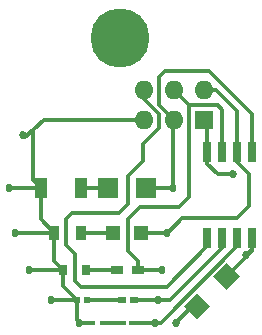
<source format=gtl>
G04 #@! TF.FileFunction,Copper,L1,Top,Signal*
%FSLAX46Y46*%
G04 Gerber Fmt 4.6, Leading zero omitted, Abs format (unit mm)*
G04 Created by KiCad (PCBNEW 4.0.7) date 08/30/18 22:11:47*
%MOMM*%
%LPD*%
G01*
G04 APERTURE LIST*
%ADD10C,0.100000*%
%ADD11C,5.000000*%
%ADD12R,0.400000X0.400000*%
%ADD13R,0.700000X0.600000*%
%ADD14O,1.600000X1.600000*%
%ADD15R,1.600000X1.600000*%
%ADD16R,1.700000X1.800860*%
%ADD17R,1.300000X1.198880*%
%ADD18R,1.000000X0.797560*%
%ADD19R,0.650000X1.700000*%
%ADD20O,0.508000X0.762000*%
%ADD21R,1.100000X1.700000*%
%ADD22R,0.900000X1.300000*%
%ADD23R,0.700000X0.900000*%
%ADD24R,0.600000X0.600000*%
%ADD25R,0.450000X0.430000*%
%ADD26C,0.685800*%
%ADD27C,0.304800*%
G04 APERTURE END LIST*
D10*
D11*
X207645000Y-79375000D03*
D12*
X207980000Y-103505000D03*
X208580000Y-103505000D03*
D13*
X207780000Y-101600000D03*
X208780000Y-101600000D03*
D10*
G36*
X216649236Y-98449393D02*
X217780607Y-99580764D01*
X216649236Y-100712135D01*
X215517865Y-99580764D01*
X216649236Y-98449393D01*
X216649236Y-98449393D01*
G37*
G36*
X214134764Y-100963865D02*
X215266135Y-102095236D01*
X214134764Y-103226607D01*
X213003393Y-102095236D01*
X214134764Y-100963865D01*
X214134764Y-100963865D01*
G37*
D14*
X214757000Y-83820000D03*
D15*
X214757000Y-86360000D03*
D14*
X212217000Y-83820000D03*
X212217000Y-86360000D03*
X209677000Y-83820000D03*
X209677000Y-86360000D03*
D16*
X209804000Y-92075000D03*
X206629000Y-92075000D03*
D17*
X209423000Y-95885000D03*
X207010000Y-95885000D03*
D18*
X209169000Y-99060000D03*
X207391000Y-99060000D03*
D19*
X215011000Y-96360000D03*
X216281000Y-96360000D03*
X217551000Y-96360000D03*
X218821000Y-96360000D03*
X218821000Y-89060000D03*
X217551000Y-89060000D03*
X216281000Y-89060000D03*
X215011000Y-89060000D03*
D20*
X212090000Y-92075000D03*
X211582000Y-95885000D03*
X211201000Y-99060000D03*
X210820000Y-101600000D03*
X210566000Y-103505000D03*
X198247000Y-92075000D03*
X198691500Y-95885000D03*
X199898000Y-99060000D03*
X201739500Y-101600000D03*
X204152500Y-103505000D03*
D21*
X204343000Y-92075000D03*
X200914000Y-92075000D03*
D22*
X204343000Y-95885000D03*
X202057000Y-95885000D03*
D23*
X204724000Y-99060000D03*
X202819000Y-99060000D03*
D24*
X204870000Y-101600000D03*
X203970000Y-101600000D03*
D25*
X206140000Y-103505000D03*
X205340000Y-103505000D03*
D26*
X199390000Y-87630000D03*
X218313000Y-97790000D03*
X212344000Y-103505000D03*
X217170000Y-90932000D03*
D27*
X204152500Y-103505000D02*
X205340000Y-103505000D01*
X203970000Y-101600000D02*
X203970000Y-103322500D01*
X203970000Y-103322500D02*
X204152500Y-103505000D01*
X199580500Y-87820500D02*
X199453500Y-87693500D01*
X199453500Y-87693500D02*
X199390000Y-87630000D01*
X218821000Y-96360000D02*
X218821000Y-97282000D01*
X218821000Y-97282000D02*
X218313000Y-97790000D01*
X216425214Y-99804786D02*
X218821000Y-97409000D01*
X218821000Y-97409000D02*
X218821000Y-96360000D01*
X202819000Y-99060000D02*
X202819000Y-100449000D01*
X202819000Y-100449000D02*
X203970000Y-101600000D01*
X202057000Y-95885000D02*
X202057000Y-98298000D01*
X202057000Y-98298000D02*
X202819000Y-99060000D01*
X200914000Y-92075000D02*
X200914000Y-94742000D01*
X200914000Y-94742000D02*
X202057000Y-95885000D01*
X209677000Y-86360000D02*
X201168000Y-86360000D01*
X200279000Y-91440000D02*
X200914000Y-92075000D01*
X200279000Y-87249000D02*
X200279000Y-91440000D01*
X201168000Y-86360000D02*
X199580500Y-87820500D01*
X199580500Y-87820500D02*
X200279000Y-87249000D01*
X201739500Y-101600000D02*
X203970000Y-101600000D01*
X199898000Y-99060000D02*
X202819000Y-99060000D01*
X198818500Y-95885000D02*
X202057000Y-95885000D01*
X200914000Y-92075000D02*
X198247000Y-92075000D01*
X212344000Y-103505000D02*
X213753764Y-102095236D01*
X213753764Y-102095236D02*
X214134764Y-102095236D01*
X215011000Y-89060000D02*
X215011000Y-90043000D01*
X215900000Y-90932000D02*
X217170000Y-90932000D01*
X215011000Y-90043000D02*
X215900000Y-90932000D01*
X213977786Y-102252214D02*
X213850786Y-102252214D01*
X215011000Y-89060000D02*
X215011000Y-86614000D01*
X215011000Y-86614000D02*
X214757000Y-86360000D01*
X217551000Y-89060000D02*
X217551000Y-89916000D01*
X212852000Y-94615000D02*
X215519000Y-94615000D01*
X212852000Y-94615000D02*
X211709000Y-95885000D01*
X217551000Y-94615000D02*
X215519000Y-94615000D01*
X218567000Y-93599000D02*
X217551000Y-94615000D01*
X218567000Y-90932000D02*
X218567000Y-93599000D01*
X217551000Y-89916000D02*
X218567000Y-90932000D01*
X211582000Y-95885000D02*
X211709000Y-95885000D01*
X217551000Y-89060000D02*
X217551000Y-85598000D01*
X215773000Y-83820000D02*
X214757000Y-83820000D01*
X217551000Y-85598000D02*
X215773000Y-83820000D01*
X209423000Y-95885000D02*
X211582000Y-95885000D01*
X212217000Y-83820000D02*
X213487000Y-85090000D01*
X213487000Y-85090000D02*
X213487000Y-92837000D01*
X208280000Y-94742000D02*
X209169000Y-93853000D01*
X208280000Y-97409000D02*
X208280000Y-94742000D01*
X209169000Y-98298000D02*
X208280000Y-97409000D01*
X209169000Y-99060000D02*
X209169000Y-98298000D01*
X209296000Y-93726000D02*
X209169000Y-93853000D01*
X212598000Y-93726000D02*
X209296000Y-93726000D01*
X213487000Y-92837000D02*
X212598000Y-93726000D01*
X216281000Y-89060000D02*
X216281000Y-85471000D01*
X215900000Y-85090000D02*
X213487000Y-85090000D01*
X216281000Y-85471000D02*
X215900000Y-85090000D01*
X209169000Y-99060000D02*
X211201000Y-99060000D01*
X212090000Y-92075000D02*
X212090000Y-86487000D01*
X212090000Y-86487000D02*
X212217000Y-86360000D01*
X218821000Y-89060000D02*
X218821000Y-85852000D01*
X210947000Y-85090000D02*
X212217000Y-86360000D01*
X210947000Y-82677000D02*
X210947000Y-85090000D01*
X211455000Y-82169000D02*
X210947000Y-82677000D01*
X215138000Y-82169000D02*
X211455000Y-82169000D01*
X218821000Y-85852000D02*
X215138000Y-82169000D01*
X209804000Y-92075000D02*
X212090000Y-92075000D01*
X215011000Y-96360000D02*
X215011000Y-97028000D01*
X215011000Y-97028000D02*
X211582000Y-100457000D01*
X211582000Y-100457000D02*
X204343000Y-100457000D01*
X204343000Y-100457000D02*
X203835000Y-99949000D01*
X203835000Y-99949000D02*
X203835000Y-97663000D01*
X203835000Y-97663000D02*
X203073000Y-96901000D01*
X203073000Y-96901000D02*
X203073000Y-94742000D01*
X203073000Y-94742000D02*
X203581000Y-94234000D01*
X203581000Y-94234000D02*
X207518000Y-94234000D01*
X207518000Y-94234000D02*
X208280000Y-93472000D01*
X208280000Y-93472000D02*
X208280000Y-91059000D01*
X208280000Y-91059000D02*
X209550000Y-89789000D01*
X209550000Y-89789000D02*
X209550000Y-88392000D01*
X209550000Y-88392000D02*
X210947000Y-86995000D01*
X210947000Y-86995000D02*
X210947000Y-85852000D01*
X210947000Y-85852000D02*
X209677000Y-84582000D01*
X209677000Y-84582000D02*
X209677000Y-83820000D01*
X204343000Y-95885000D02*
X207010000Y-95885000D01*
X204724000Y-99060000D02*
X207391000Y-99060000D01*
X204870000Y-101600000D02*
X207680000Y-101600000D01*
X206629000Y-92075000D02*
X204343000Y-92075000D01*
X210820000Y-101600000D02*
X211836000Y-101600000D01*
X211836000Y-101600000D02*
X216281000Y-97155000D01*
X216281000Y-97155000D02*
X216281000Y-96360000D01*
X208780000Y-101600000D02*
X210820000Y-101600000D01*
X208580000Y-103505000D02*
X209169000Y-103505000D01*
X209169000Y-103505000D02*
X210566000Y-103505000D01*
X210693000Y-103505000D02*
X211074000Y-103505000D01*
X211074000Y-103505000D02*
X217551000Y-97028000D01*
X217551000Y-97028000D02*
X217551000Y-96360000D01*
X207980000Y-103505000D02*
X207391000Y-103505000D01*
X207391000Y-103505000D02*
X206140000Y-103505000D01*
M02*

</source>
